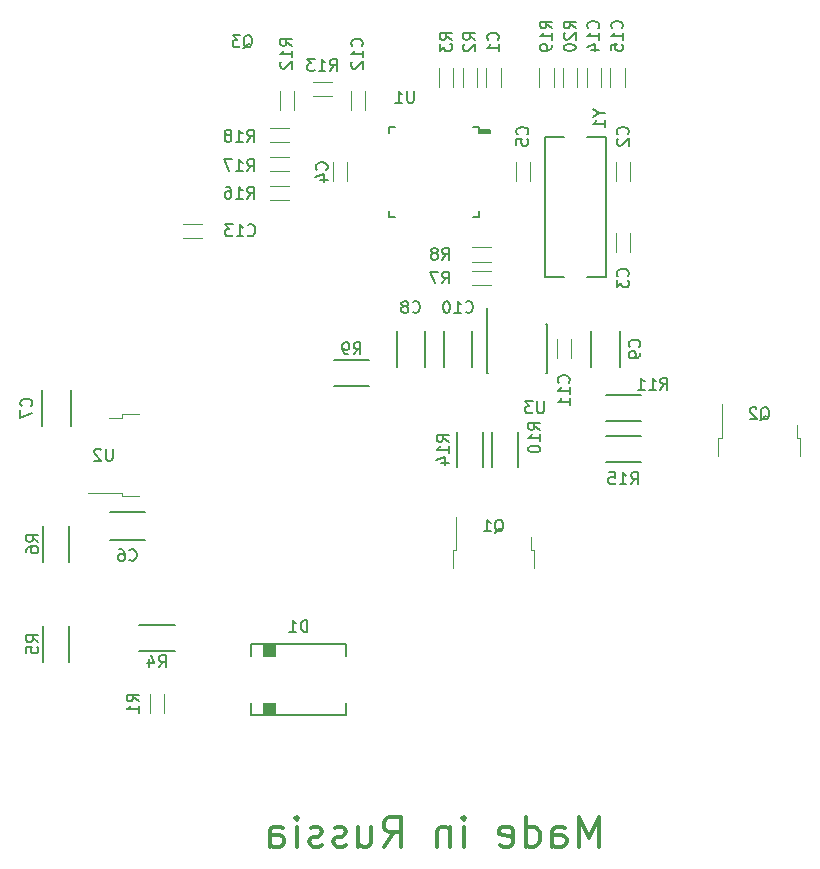
<source format=gbr>
%TF.GenerationSoftware,KiCad,Pcbnew,(5.1.0-rc1)*%
%TF.CreationDate,2020-07-29T19:39:05+03:00*%
%TF.ProjectId,home_pwm,686f6d65-5f70-4776-9d2e-6b696361645f,rev?*%
%TF.SameCoordinates,Original*%
%TF.FileFunction,Legend,Bot*%
%TF.FilePolarity,Positive*%
%FSLAX46Y46*%
G04 Gerber Fmt 4.6, Leading zero omitted, Abs format (unit mm)*
G04 Created by KiCad (PCBNEW (5.1.0-rc1)) date 2020-07-29 19:39:05*
%MOMM*%
%LPD*%
G04 APERTURE LIST*
%ADD10C,0.300000*%
%ADD11C,0.120000*%
%ADD12C,0.200000*%
%ADD13C,0.150000*%
%ADD14C,0.100000*%
G04 APERTURE END LIST*
D10*
X113928571Y-147130952D02*
X113928571Y-144630952D01*
X113095238Y-146416666D01*
X112261904Y-144630952D01*
X112261904Y-147130952D01*
X110000000Y-147130952D02*
X110000000Y-145821428D01*
X110119047Y-145583333D01*
X110357142Y-145464285D01*
X110833333Y-145464285D01*
X111071428Y-145583333D01*
X110000000Y-147011904D02*
X110238095Y-147130952D01*
X110833333Y-147130952D01*
X111071428Y-147011904D01*
X111190476Y-146773809D01*
X111190476Y-146535714D01*
X111071428Y-146297619D01*
X110833333Y-146178571D01*
X110238095Y-146178571D01*
X110000000Y-146059523D01*
X107738095Y-147130952D02*
X107738095Y-144630952D01*
X107738095Y-147011904D02*
X107976190Y-147130952D01*
X108452380Y-147130952D01*
X108690476Y-147011904D01*
X108809523Y-146892857D01*
X108928571Y-146654761D01*
X108928571Y-145940476D01*
X108809523Y-145702380D01*
X108690476Y-145583333D01*
X108452380Y-145464285D01*
X107976190Y-145464285D01*
X107738095Y-145583333D01*
X105595238Y-147011904D02*
X105833333Y-147130952D01*
X106309523Y-147130952D01*
X106547619Y-147011904D01*
X106666666Y-146773809D01*
X106666666Y-145821428D01*
X106547619Y-145583333D01*
X106309523Y-145464285D01*
X105833333Y-145464285D01*
X105595238Y-145583333D01*
X105476190Y-145821428D01*
X105476190Y-146059523D01*
X106666666Y-146297619D01*
X102500000Y-147130952D02*
X102500000Y-145464285D01*
X102500000Y-144630952D02*
X102619047Y-144750000D01*
X102500000Y-144869047D01*
X102380952Y-144750000D01*
X102500000Y-144630952D01*
X102500000Y-144869047D01*
X101309523Y-145464285D02*
X101309523Y-147130952D01*
X101309523Y-145702380D02*
X101190476Y-145583333D01*
X100952380Y-145464285D01*
X100595238Y-145464285D01*
X100357142Y-145583333D01*
X100238095Y-145821428D01*
X100238095Y-147130952D01*
X95714285Y-147130952D02*
X96547619Y-145940476D01*
X97142857Y-147130952D02*
X97142857Y-144630952D01*
X96190476Y-144630952D01*
X95952380Y-144750000D01*
X95833333Y-144869047D01*
X95714285Y-145107142D01*
X95714285Y-145464285D01*
X95833333Y-145702380D01*
X95952380Y-145821428D01*
X96190476Y-145940476D01*
X97142857Y-145940476D01*
X93571428Y-145464285D02*
X93571428Y-147130952D01*
X94642857Y-145464285D02*
X94642857Y-146773809D01*
X94523809Y-147011904D01*
X94285714Y-147130952D01*
X93928571Y-147130952D01*
X93690476Y-147011904D01*
X93571428Y-146892857D01*
X92500000Y-147011904D02*
X92261904Y-147130952D01*
X91785714Y-147130952D01*
X91547619Y-147011904D01*
X91428571Y-146773809D01*
X91428571Y-146654761D01*
X91547619Y-146416666D01*
X91785714Y-146297619D01*
X92142857Y-146297619D01*
X92380952Y-146178571D01*
X92500000Y-145940476D01*
X92500000Y-145821428D01*
X92380952Y-145583333D01*
X92142857Y-145464285D01*
X91785714Y-145464285D01*
X91547619Y-145583333D01*
X90476190Y-147011904D02*
X90238095Y-147130952D01*
X89761904Y-147130952D01*
X89523809Y-147011904D01*
X89404761Y-146773809D01*
X89404761Y-146654761D01*
X89523809Y-146416666D01*
X89761904Y-146297619D01*
X90119047Y-146297619D01*
X90357142Y-146178571D01*
X90476190Y-145940476D01*
X90476190Y-145821428D01*
X90357142Y-145583333D01*
X90119047Y-145464285D01*
X89761904Y-145464285D01*
X89523809Y-145583333D01*
X88333333Y-147130952D02*
X88333333Y-145464285D01*
X88333333Y-144630952D02*
X88452380Y-144750000D01*
X88333333Y-144869047D01*
X88214285Y-144750000D01*
X88333333Y-144630952D01*
X88333333Y-144869047D01*
X86071428Y-147130952D02*
X86071428Y-145821428D01*
X86190476Y-145583333D01*
X86428571Y-145464285D01*
X86904761Y-145464285D01*
X87142857Y-145583333D01*
X86071428Y-147011904D02*
X86309523Y-147130952D01*
X86904761Y-147130952D01*
X87142857Y-147011904D01*
X87261904Y-146773809D01*
X87261904Y-146535714D01*
X87142857Y-146297619D01*
X86904761Y-146178571D01*
X86309523Y-146178571D01*
X86071428Y-146059523D01*
D11*
X110900000Y-81200000D02*
X110900000Y-82800000D01*
X112100000Y-82800000D02*
X112100000Y-81200000D01*
X108900000Y-81200000D02*
X108900000Y-82800000D01*
X110100000Y-82800000D02*
X110100000Y-81200000D01*
X116100000Y-82800000D02*
X116100000Y-81200000D01*
X114900000Y-81200000D02*
X114900000Y-82800000D01*
X114100000Y-82800000D02*
X114100000Y-81200000D01*
X112900000Y-81200000D02*
X112900000Y-82800000D01*
X78700000Y-95600000D02*
X80300000Y-95600000D01*
X80300000Y-94400000D02*
X78700000Y-94400000D01*
X86057506Y-87514719D02*
X87657506Y-87514719D01*
X87657506Y-86314719D02*
X86057506Y-86314719D01*
X86057506Y-89964719D02*
X87657506Y-89964719D01*
X87657506Y-88764719D02*
X86057506Y-88764719D01*
X86057506Y-92414719D02*
X87657506Y-92414719D01*
X87657506Y-91214719D02*
X86057506Y-91214719D01*
D12*
X117500000Y-112400000D02*
X114500000Y-112400000D01*
X114500000Y-114600000D02*
X117500000Y-114600000D01*
X104100000Y-115000000D02*
X104100000Y-112000000D01*
X101900000Y-112000000D02*
X101900000Y-115000000D01*
D13*
X109400000Y-87100000D02*
X109400000Y-98900000D01*
X109400000Y-98900000D02*
X111000000Y-98900000D01*
X111000000Y-87100000D02*
X109400000Y-87100000D01*
X114500000Y-87100000D02*
X112900000Y-87100000D01*
X114500000Y-98900000D02*
X114500000Y-87100000D01*
X112900000Y-98900000D02*
X114500000Y-98900000D01*
X104425000Y-102925000D02*
X104475000Y-102925000D01*
X104425000Y-107075000D02*
X104570000Y-107075000D01*
X109575000Y-107075000D02*
X109430000Y-107075000D01*
X109575000Y-102925000D02*
X109430000Y-102925000D01*
X104425000Y-102925000D02*
X104425000Y-107075000D01*
X109575000Y-102925000D02*
X109575000Y-107075000D01*
X104475000Y-102925000D02*
X104475000Y-101525000D01*
D11*
X73530000Y-110820000D02*
X72430000Y-110820000D01*
X73530000Y-110550000D02*
X73530000Y-110820000D01*
X75030000Y-110550000D02*
X73530000Y-110550000D01*
X73530000Y-117180000D02*
X70700000Y-117180000D01*
X73530000Y-117450000D02*
X73530000Y-117180000D01*
X75030000Y-117450000D02*
X73530000Y-117450000D01*
D13*
G36*
X104700000Y-86700000D02*
G01*
X103800000Y-86700000D01*
X103800000Y-86500000D01*
X104700000Y-86500000D01*
X104700000Y-86700000D01*
G37*
X104700000Y-86700000D02*
X103800000Y-86700000D01*
X103800000Y-86500000D01*
X104700000Y-86500000D01*
X104700000Y-86700000D01*
X96700000Y-86200000D02*
X96200000Y-86200000D01*
X96200000Y-93300000D02*
X96200000Y-93800000D01*
X103300000Y-93800000D02*
X103800000Y-93800000D01*
X96200000Y-86200000D02*
X96200000Y-86700000D01*
X96200000Y-93800000D02*
X96700000Y-93800000D01*
X103800000Y-93800000D02*
X103800000Y-93300000D01*
X103800000Y-86200000D02*
X103300000Y-86200000D01*
X103800000Y-86700000D02*
X103800000Y-86200000D01*
D11*
X91300000Y-82400000D02*
X89700000Y-82400000D01*
X89700000Y-83600000D02*
X91300000Y-83600000D01*
X86900000Y-83200000D02*
X86900000Y-84800000D01*
X88100000Y-84800000D02*
X88100000Y-83200000D01*
D12*
X117500000Y-108900000D02*
X114500000Y-108900000D01*
X114500000Y-111100000D02*
X117500000Y-111100000D01*
X107100000Y-115000000D02*
X107100000Y-112000000D01*
X104900000Y-112000000D02*
X104900000Y-115000000D01*
X91500000Y-108100000D02*
X94500000Y-108100000D01*
X94500000Y-105900000D02*
X91500000Y-105900000D01*
D11*
X104800000Y-96400000D02*
X103200000Y-96400000D01*
X103200000Y-97600000D02*
X104800000Y-97600000D01*
X104800000Y-98400000D02*
X103200000Y-98400000D01*
X103200000Y-99600000D02*
X104800000Y-99600000D01*
D12*
X66900000Y-120000000D02*
X66900000Y-123000000D01*
X69100000Y-123000000D02*
X69100000Y-120000000D01*
X66900000Y-128500000D02*
X66900000Y-131500000D01*
X69100000Y-131500000D02*
X69100000Y-128500000D01*
X75000000Y-130600000D02*
X78000000Y-130600000D01*
X78000000Y-128400000D02*
X75000000Y-128400000D01*
D11*
X100400000Y-81200000D02*
X100400000Y-82800000D01*
X101600000Y-82800000D02*
X101600000Y-81200000D01*
X102400000Y-81200000D02*
X102400000Y-82800000D01*
X103600000Y-82800000D02*
X103600000Y-81200000D01*
X75900000Y-134200000D02*
X75900000Y-135800000D01*
X77100000Y-135800000D02*
X77100000Y-134200000D01*
X130680000Y-112530000D02*
X130680000Y-111430000D01*
X130950000Y-112530000D02*
X130680000Y-112530000D01*
X130950000Y-114030000D02*
X130950000Y-112530000D01*
X124320000Y-112530000D02*
X124320000Y-109700000D01*
X124050000Y-112530000D02*
X124320000Y-112530000D01*
X124050000Y-114030000D02*
X124050000Y-112530000D01*
X108180000Y-122030000D02*
X108180000Y-120930000D01*
X108450000Y-122030000D02*
X108180000Y-122030000D01*
X108450000Y-123530000D02*
X108450000Y-122030000D01*
X101820000Y-122030000D02*
X101820000Y-119200000D01*
X101550000Y-122030000D02*
X101820000Y-122030000D01*
X101550000Y-123530000D02*
X101550000Y-122030000D01*
D14*
G36*
X85500000Y-131000000D02*
G01*
X85500000Y-130000000D01*
X86500000Y-130000000D01*
X86500000Y-131000000D01*
X85500000Y-131000000D01*
G37*
X85500000Y-131000000D02*
X85500000Y-130000000D01*
X86500000Y-130000000D01*
X86500000Y-131000000D01*
X85500000Y-131000000D01*
G36*
X85500000Y-136000000D02*
G01*
X85500000Y-135000000D01*
X86500000Y-135000000D01*
X86500000Y-136000000D01*
X85500000Y-136000000D01*
G37*
X85500000Y-136000000D02*
X85500000Y-135000000D01*
X86500000Y-135000000D01*
X86500000Y-136000000D01*
X85500000Y-136000000D01*
D12*
X92500000Y-130000000D02*
X92500000Y-131000000D01*
X84500000Y-130000000D02*
X92500000Y-130000000D01*
X84500000Y-131000000D02*
X84500000Y-130000000D01*
X92500000Y-136000000D02*
X92500000Y-135000000D01*
X84500000Y-136000000D02*
X92500000Y-136000000D01*
X84500000Y-135000000D02*
X84500000Y-136000000D01*
D11*
X92900000Y-83200000D02*
X92900000Y-84800000D01*
X94100000Y-84800000D02*
X94100000Y-83200000D01*
X111600000Y-105800000D02*
X111600000Y-104200000D01*
X110400000Y-104200000D02*
X110400000Y-105800000D01*
D12*
X103200000Y-106500000D02*
X103200000Y-103500000D01*
X100800000Y-103500000D02*
X100800000Y-106500000D01*
X115700000Y-106500000D02*
X115700000Y-103500000D01*
X113300000Y-103500000D02*
X113300000Y-106500000D01*
X99200000Y-106500000D02*
X99200000Y-103500000D01*
X96800000Y-103500000D02*
X96800000Y-106500000D01*
X69200000Y-111500000D02*
X69200000Y-108500000D01*
X66800000Y-108500000D02*
X66800000Y-111500000D01*
X72500000Y-121200000D02*
X75500000Y-121200000D01*
X75500000Y-118800000D02*
X72500000Y-118800000D01*
D11*
X108100000Y-90800000D02*
X108100000Y-89200000D01*
X106900000Y-89200000D02*
X106900000Y-90800000D01*
X92600000Y-90800000D02*
X92600000Y-89200000D01*
X91400000Y-89200000D02*
X91400000Y-90800000D01*
X116600000Y-96800000D02*
X116600000Y-95200000D01*
X115400000Y-95200000D02*
X115400000Y-96800000D01*
X115400000Y-89200000D02*
X115400000Y-90800000D01*
X116600000Y-90800000D02*
X116600000Y-89200000D01*
X105600000Y-82800000D02*
X105600000Y-81200000D01*
X104400000Y-81200000D02*
X104400000Y-82800000D01*
D13*
X111952380Y-77857142D02*
X111476190Y-77523809D01*
X111952380Y-77285714D02*
X110952380Y-77285714D01*
X110952380Y-77666666D01*
X111000000Y-77761904D01*
X111047619Y-77809523D01*
X111142857Y-77857142D01*
X111285714Y-77857142D01*
X111380952Y-77809523D01*
X111428571Y-77761904D01*
X111476190Y-77666666D01*
X111476190Y-77285714D01*
X111047619Y-78238095D02*
X111000000Y-78285714D01*
X110952380Y-78380952D01*
X110952380Y-78619047D01*
X111000000Y-78714285D01*
X111047619Y-78761904D01*
X111142857Y-78809523D01*
X111238095Y-78809523D01*
X111380952Y-78761904D01*
X111952380Y-78190476D01*
X111952380Y-78809523D01*
X110952380Y-79428571D02*
X110952380Y-79523809D01*
X111000000Y-79619047D01*
X111047619Y-79666666D01*
X111142857Y-79714285D01*
X111333333Y-79761904D01*
X111571428Y-79761904D01*
X111761904Y-79714285D01*
X111857142Y-79666666D01*
X111904761Y-79619047D01*
X111952380Y-79523809D01*
X111952380Y-79428571D01*
X111904761Y-79333333D01*
X111857142Y-79285714D01*
X111761904Y-79238095D01*
X111571428Y-79190476D01*
X111333333Y-79190476D01*
X111142857Y-79238095D01*
X111047619Y-79285714D01*
X111000000Y-79333333D01*
X110952380Y-79428571D01*
X109952380Y-77857142D02*
X109476190Y-77523809D01*
X109952380Y-77285714D02*
X108952380Y-77285714D01*
X108952380Y-77666666D01*
X109000000Y-77761904D01*
X109047619Y-77809523D01*
X109142857Y-77857142D01*
X109285714Y-77857142D01*
X109380952Y-77809523D01*
X109428571Y-77761904D01*
X109476190Y-77666666D01*
X109476190Y-77285714D01*
X109952380Y-78809523D02*
X109952380Y-78238095D01*
X109952380Y-78523809D02*
X108952380Y-78523809D01*
X109095238Y-78428571D01*
X109190476Y-78333333D01*
X109238095Y-78238095D01*
X109952380Y-79285714D02*
X109952380Y-79476190D01*
X109904761Y-79571428D01*
X109857142Y-79619047D01*
X109714285Y-79714285D01*
X109523809Y-79761904D01*
X109142857Y-79761904D01*
X109047619Y-79714285D01*
X109000000Y-79666666D01*
X108952380Y-79571428D01*
X108952380Y-79380952D01*
X109000000Y-79285714D01*
X109047619Y-79238095D01*
X109142857Y-79190476D01*
X109380952Y-79190476D01*
X109476190Y-79238095D01*
X109523809Y-79285714D01*
X109571428Y-79380952D01*
X109571428Y-79571428D01*
X109523809Y-79666666D01*
X109476190Y-79714285D01*
X109380952Y-79761904D01*
X115857142Y-77857142D02*
X115904761Y-77809523D01*
X115952380Y-77666666D01*
X115952380Y-77571428D01*
X115904761Y-77428571D01*
X115809523Y-77333333D01*
X115714285Y-77285714D01*
X115523809Y-77238095D01*
X115380952Y-77238095D01*
X115190476Y-77285714D01*
X115095238Y-77333333D01*
X115000000Y-77428571D01*
X114952380Y-77571428D01*
X114952380Y-77666666D01*
X115000000Y-77809523D01*
X115047619Y-77857142D01*
X115952380Y-78809523D02*
X115952380Y-78238095D01*
X115952380Y-78523809D02*
X114952380Y-78523809D01*
X115095238Y-78428571D01*
X115190476Y-78333333D01*
X115238095Y-78238095D01*
X114952380Y-79714285D02*
X114952380Y-79238095D01*
X115428571Y-79190476D01*
X115380952Y-79238095D01*
X115333333Y-79333333D01*
X115333333Y-79571428D01*
X115380952Y-79666666D01*
X115428571Y-79714285D01*
X115523809Y-79761904D01*
X115761904Y-79761904D01*
X115857142Y-79714285D01*
X115904761Y-79666666D01*
X115952380Y-79571428D01*
X115952380Y-79333333D01*
X115904761Y-79238095D01*
X115857142Y-79190476D01*
X113857142Y-77857142D02*
X113904761Y-77809523D01*
X113952380Y-77666666D01*
X113952380Y-77571428D01*
X113904761Y-77428571D01*
X113809523Y-77333333D01*
X113714285Y-77285714D01*
X113523809Y-77238095D01*
X113380952Y-77238095D01*
X113190476Y-77285714D01*
X113095238Y-77333333D01*
X113000000Y-77428571D01*
X112952380Y-77571428D01*
X112952380Y-77666666D01*
X113000000Y-77809523D01*
X113047619Y-77857142D01*
X113952380Y-78809523D02*
X113952380Y-78238095D01*
X113952380Y-78523809D02*
X112952380Y-78523809D01*
X113095238Y-78428571D01*
X113190476Y-78333333D01*
X113238095Y-78238095D01*
X113285714Y-79666666D02*
X113952380Y-79666666D01*
X112904761Y-79428571D02*
X113619047Y-79190476D01*
X113619047Y-79809523D01*
X84206857Y-95357142D02*
X84254476Y-95404761D01*
X84397333Y-95452380D01*
X84492571Y-95452380D01*
X84635428Y-95404761D01*
X84730666Y-95309523D01*
X84778285Y-95214285D01*
X84825904Y-95023809D01*
X84825904Y-94880952D01*
X84778285Y-94690476D01*
X84730666Y-94595238D01*
X84635428Y-94500000D01*
X84492571Y-94452380D01*
X84397333Y-94452380D01*
X84254476Y-94500000D01*
X84206857Y-94547619D01*
X83254476Y-95452380D02*
X83825904Y-95452380D01*
X83540190Y-95452380D02*
X83540190Y-94452380D01*
X83635428Y-94595238D01*
X83730666Y-94690476D01*
X83825904Y-94738095D01*
X82921142Y-94452380D02*
X82302095Y-94452380D01*
X82635428Y-94833333D01*
X82492571Y-94833333D01*
X82397333Y-94880952D01*
X82349714Y-94928571D01*
X82302095Y-95023809D01*
X82302095Y-95261904D01*
X82349714Y-95357142D01*
X82397333Y-95404761D01*
X82492571Y-95452380D01*
X82778285Y-95452380D01*
X82873523Y-95404761D01*
X82921142Y-95357142D01*
X84142857Y-87452380D02*
X84476190Y-86976190D01*
X84714285Y-87452380D02*
X84714285Y-86452380D01*
X84333333Y-86452380D01*
X84238095Y-86500000D01*
X84190476Y-86547619D01*
X84142857Y-86642857D01*
X84142857Y-86785714D01*
X84190476Y-86880952D01*
X84238095Y-86928571D01*
X84333333Y-86976190D01*
X84714285Y-86976190D01*
X83190476Y-87452380D02*
X83761904Y-87452380D01*
X83476190Y-87452380D02*
X83476190Y-86452380D01*
X83571428Y-86595238D01*
X83666666Y-86690476D01*
X83761904Y-86738095D01*
X82619047Y-86880952D02*
X82714285Y-86833333D01*
X82761904Y-86785714D01*
X82809523Y-86690476D01*
X82809523Y-86642857D01*
X82761904Y-86547619D01*
X82714285Y-86500000D01*
X82619047Y-86452380D01*
X82428571Y-86452380D01*
X82333333Y-86500000D01*
X82285714Y-86547619D01*
X82238095Y-86642857D01*
X82238095Y-86690476D01*
X82285714Y-86785714D01*
X82333333Y-86833333D01*
X82428571Y-86880952D01*
X82619047Y-86880952D01*
X82714285Y-86928571D01*
X82761904Y-86976190D01*
X82809523Y-87071428D01*
X82809523Y-87261904D01*
X82761904Y-87357142D01*
X82714285Y-87404761D01*
X82619047Y-87452380D01*
X82428571Y-87452380D01*
X82333333Y-87404761D01*
X82285714Y-87357142D01*
X82238095Y-87261904D01*
X82238095Y-87071428D01*
X82285714Y-86976190D01*
X82333333Y-86928571D01*
X82428571Y-86880952D01*
X84142857Y-89952380D02*
X84476190Y-89476190D01*
X84714285Y-89952380D02*
X84714285Y-88952380D01*
X84333333Y-88952380D01*
X84238095Y-89000000D01*
X84190476Y-89047619D01*
X84142857Y-89142857D01*
X84142857Y-89285714D01*
X84190476Y-89380952D01*
X84238095Y-89428571D01*
X84333333Y-89476190D01*
X84714285Y-89476190D01*
X83190476Y-89952380D02*
X83761904Y-89952380D01*
X83476190Y-89952380D02*
X83476190Y-88952380D01*
X83571428Y-89095238D01*
X83666666Y-89190476D01*
X83761904Y-89238095D01*
X82857142Y-88952380D02*
X82190476Y-88952380D01*
X82619047Y-89952380D01*
X84142857Y-92267099D02*
X84476190Y-91790909D01*
X84714285Y-92267099D02*
X84714285Y-91267099D01*
X84333333Y-91267099D01*
X84238095Y-91314719D01*
X84190476Y-91362338D01*
X84142857Y-91457576D01*
X84142857Y-91600433D01*
X84190476Y-91695671D01*
X84238095Y-91743290D01*
X84333333Y-91790909D01*
X84714285Y-91790909D01*
X83190476Y-92267099D02*
X83761904Y-92267099D01*
X83476190Y-92267099D02*
X83476190Y-91267099D01*
X83571428Y-91409957D01*
X83666666Y-91505195D01*
X83761904Y-91552814D01*
X82333333Y-91267099D02*
X82523809Y-91267099D01*
X82619047Y-91314719D01*
X82666666Y-91362338D01*
X82761904Y-91505195D01*
X82809523Y-91695671D01*
X82809523Y-92076623D01*
X82761904Y-92171861D01*
X82714285Y-92219480D01*
X82619047Y-92267099D01*
X82428571Y-92267099D01*
X82333333Y-92219480D01*
X82285714Y-92171861D01*
X82238095Y-92076623D01*
X82238095Y-91838528D01*
X82285714Y-91743290D01*
X82333333Y-91695671D01*
X82428571Y-91648052D01*
X82619047Y-91648052D01*
X82714285Y-91695671D01*
X82761904Y-91743290D01*
X82809523Y-91838528D01*
X116642857Y-116452380D02*
X116976190Y-115976190D01*
X117214285Y-116452380D02*
X117214285Y-115452380D01*
X116833333Y-115452380D01*
X116738095Y-115500000D01*
X116690476Y-115547619D01*
X116642857Y-115642857D01*
X116642857Y-115785714D01*
X116690476Y-115880952D01*
X116738095Y-115928571D01*
X116833333Y-115976190D01*
X117214285Y-115976190D01*
X115690476Y-116452380D02*
X116261904Y-116452380D01*
X115976190Y-116452380D02*
X115976190Y-115452380D01*
X116071428Y-115595238D01*
X116166666Y-115690476D01*
X116261904Y-115738095D01*
X114785714Y-115452380D02*
X115261904Y-115452380D01*
X115309523Y-115928571D01*
X115261904Y-115880952D01*
X115166666Y-115833333D01*
X114928571Y-115833333D01*
X114833333Y-115880952D01*
X114785714Y-115928571D01*
X114738095Y-116023809D01*
X114738095Y-116261904D01*
X114785714Y-116357142D01*
X114833333Y-116404761D01*
X114928571Y-116452380D01*
X115166666Y-116452380D01*
X115261904Y-116404761D01*
X115309523Y-116357142D01*
X101202380Y-112857142D02*
X100726190Y-112523809D01*
X101202380Y-112285714D02*
X100202380Y-112285714D01*
X100202380Y-112666666D01*
X100250000Y-112761904D01*
X100297619Y-112809523D01*
X100392857Y-112857142D01*
X100535714Y-112857142D01*
X100630952Y-112809523D01*
X100678571Y-112761904D01*
X100726190Y-112666666D01*
X100726190Y-112285714D01*
X101202380Y-113809523D02*
X101202380Y-113238095D01*
X101202380Y-113523809D02*
X100202380Y-113523809D01*
X100345238Y-113428571D01*
X100440476Y-113333333D01*
X100488095Y-113238095D01*
X100535714Y-114666666D02*
X101202380Y-114666666D01*
X100154761Y-114428571D02*
X100869047Y-114190476D01*
X100869047Y-114809523D01*
X113976190Y-85023809D02*
X114452380Y-85023809D01*
X113452380Y-84690476D02*
X113976190Y-85023809D01*
X113452380Y-85357142D01*
X114452380Y-86214285D02*
X114452380Y-85642857D01*
X114452380Y-85928571D02*
X113452380Y-85928571D01*
X113595238Y-85833333D01*
X113690476Y-85738095D01*
X113738095Y-85642857D01*
X109261904Y-109452380D02*
X109261904Y-110261904D01*
X109214285Y-110357142D01*
X109166666Y-110404761D01*
X109071428Y-110452380D01*
X108880952Y-110452380D01*
X108785714Y-110404761D01*
X108738095Y-110357142D01*
X108690476Y-110261904D01*
X108690476Y-109452380D01*
X108309523Y-109452380D02*
X107690476Y-109452380D01*
X108023809Y-109833333D01*
X107880952Y-109833333D01*
X107785714Y-109880952D01*
X107738095Y-109928571D01*
X107690476Y-110023809D01*
X107690476Y-110261904D01*
X107738095Y-110357142D01*
X107785714Y-110404761D01*
X107880952Y-110452380D01*
X108166666Y-110452380D01*
X108261904Y-110404761D01*
X108309523Y-110357142D01*
X72761904Y-113452380D02*
X72761904Y-114261904D01*
X72714285Y-114357142D01*
X72666666Y-114404761D01*
X72571428Y-114452380D01*
X72380952Y-114452380D01*
X72285714Y-114404761D01*
X72238095Y-114357142D01*
X72190476Y-114261904D01*
X72190476Y-113452380D01*
X71761904Y-113547619D02*
X71714285Y-113500000D01*
X71619047Y-113452380D01*
X71380952Y-113452380D01*
X71285714Y-113500000D01*
X71238095Y-113547619D01*
X71190476Y-113642857D01*
X71190476Y-113738095D01*
X71238095Y-113880952D01*
X71809523Y-114452380D01*
X71190476Y-114452380D01*
X98261904Y-83152380D02*
X98261904Y-83961904D01*
X98214285Y-84057142D01*
X98166666Y-84104761D01*
X98071428Y-84152380D01*
X97880952Y-84152380D01*
X97785714Y-84104761D01*
X97738095Y-84057142D01*
X97690476Y-83961904D01*
X97690476Y-83152380D01*
X96690476Y-84152380D02*
X97261904Y-84152380D01*
X96976190Y-84152380D02*
X96976190Y-83152380D01*
X97071428Y-83295238D01*
X97166666Y-83390476D01*
X97261904Y-83438095D01*
X91142857Y-81452380D02*
X91476190Y-80976190D01*
X91714285Y-81452380D02*
X91714285Y-80452380D01*
X91333333Y-80452380D01*
X91238095Y-80500000D01*
X91190476Y-80547619D01*
X91142857Y-80642857D01*
X91142857Y-80785714D01*
X91190476Y-80880952D01*
X91238095Y-80928571D01*
X91333333Y-80976190D01*
X91714285Y-80976190D01*
X90190476Y-81452380D02*
X90761904Y-81452380D01*
X90476190Y-81452380D02*
X90476190Y-80452380D01*
X90571428Y-80595238D01*
X90666666Y-80690476D01*
X90761904Y-80738095D01*
X89857142Y-80452380D02*
X89238095Y-80452380D01*
X89571428Y-80833333D01*
X89428571Y-80833333D01*
X89333333Y-80880952D01*
X89285714Y-80928571D01*
X89238095Y-81023809D01*
X89238095Y-81261904D01*
X89285714Y-81357142D01*
X89333333Y-81404761D01*
X89428571Y-81452380D01*
X89714285Y-81452380D01*
X89809523Y-81404761D01*
X89857142Y-81357142D01*
X87952380Y-79357142D02*
X87476190Y-79023809D01*
X87952380Y-78785714D02*
X86952380Y-78785714D01*
X86952380Y-79166666D01*
X87000000Y-79261904D01*
X87047619Y-79309523D01*
X87142857Y-79357142D01*
X87285714Y-79357142D01*
X87380952Y-79309523D01*
X87428571Y-79261904D01*
X87476190Y-79166666D01*
X87476190Y-78785714D01*
X87952380Y-80309523D02*
X87952380Y-79738095D01*
X87952380Y-80023809D02*
X86952380Y-80023809D01*
X87095238Y-79928571D01*
X87190476Y-79833333D01*
X87238095Y-79738095D01*
X87047619Y-80690476D02*
X87000000Y-80738095D01*
X86952380Y-80833333D01*
X86952380Y-81071428D01*
X87000000Y-81166666D01*
X87047619Y-81214285D01*
X87142857Y-81261904D01*
X87238095Y-81261904D01*
X87380952Y-81214285D01*
X87952380Y-80642857D01*
X87952380Y-81261904D01*
X119142857Y-108452380D02*
X119476190Y-107976190D01*
X119714285Y-108452380D02*
X119714285Y-107452380D01*
X119333333Y-107452380D01*
X119238095Y-107500000D01*
X119190476Y-107547619D01*
X119142857Y-107642857D01*
X119142857Y-107785714D01*
X119190476Y-107880952D01*
X119238095Y-107928571D01*
X119333333Y-107976190D01*
X119714285Y-107976190D01*
X118190476Y-108452380D02*
X118761904Y-108452380D01*
X118476190Y-108452380D02*
X118476190Y-107452380D01*
X118571428Y-107595238D01*
X118666666Y-107690476D01*
X118761904Y-107738095D01*
X117238095Y-108452380D02*
X117809523Y-108452380D01*
X117523809Y-108452380D02*
X117523809Y-107452380D01*
X117619047Y-107595238D01*
X117714285Y-107690476D01*
X117809523Y-107738095D01*
X108952380Y-111857142D02*
X108476190Y-111523809D01*
X108952380Y-111285714D02*
X107952380Y-111285714D01*
X107952380Y-111666666D01*
X108000000Y-111761904D01*
X108047619Y-111809523D01*
X108142857Y-111857142D01*
X108285714Y-111857142D01*
X108380952Y-111809523D01*
X108428571Y-111761904D01*
X108476190Y-111666666D01*
X108476190Y-111285714D01*
X108952380Y-112809523D02*
X108952380Y-112238095D01*
X108952380Y-112523809D02*
X107952380Y-112523809D01*
X108095238Y-112428571D01*
X108190476Y-112333333D01*
X108238095Y-112238095D01*
X107952380Y-113428571D02*
X107952380Y-113523809D01*
X108000000Y-113619047D01*
X108047619Y-113666666D01*
X108142857Y-113714285D01*
X108333333Y-113761904D01*
X108571428Y-113761904D01*
X108761904Y-113714285D01*
X108857142Y-113666666D01*
X108904761Y-113619047D01*
X108952380Y-113523809D01*
X108952380Y-113428571D01*
X108904761Y-113333333D01*
X108857142Y-113285714D01*
X108761904Y-113238095D01*
X108571428Y-113190476D01*
X108333333Y-113190476D01*
X108142857Y-113238095D01*
X108047619Y-113285714D01*
X108000000Y-113333333D01*
X107952380Y-113428571D01*
X93166666Y-105452380D02*
X93500000Y-104976190D01*
X93738095Y-105452380D02*
X93738095Y-104452380D01*
X93357142Y-104452380D01*
X93261904Y-104500000D01*
X93214285Y-104547619D01*
X93166666Y-104642857D01*
X93166666Y-104785714D01*
X93214285Y-104880952D01*
X93261904Y-104928571D01*
X93357142Y-104976190D01*
X93738095Y-104976190D01*
X92690476Y-105452380D02*
X92500000Y-105452380D01*
X92404761Y-105404761D01*
X92357142Y-105357142D01*
X92261904Y-105214285D01*
X92214285Y-105023809D01*
X92214285Y-104642857D01*
X92261904Y-104547619D01*
X92309523Y-104500000D01*
X92404761Y-104452380D01*
X92595238Y-104452380D01*
X92690476Y-104500000D01*
X92738095Y-104547619D01*
X92785714Y-104642857D01*
X92785714Y-104880952D01*
X92738095Y-104976190D01*
X92690476Y-105023809D01*
X92595238Y-105071428D01*
X92404761Y-105071428D01*
X92309523Y-105023809D01*
X92261904Y-104976190D01*
X92214285Y-104880952D01*
X100666666Y-97452380D02*
X101000000Y-96976190D01*
X101238095Y-97452380D02*
X101238095Y-96452380D01*
X100857142Y-96452380D01*
X100761904Y-96500000D01*
X100714285Y-96547619D01*
X100666666Y-96642857D01*
X100666666Y-96785714D01*
X100714285Y-96880952D01*
X100761904Y-96928571D01*
X100857142Y-96976190D01*
X101238095Y-96976190D01*
X100095238Y-96880952D02*
X100190476Y-96833333D01*
X100238095Y-96785714D01*
X100285714Y-96690476D01*
X100285714Y-96642857D01*
X100238095Y-96547619D01*
X100190476Y-96500000D01*
X100095238Y-96452380D01*
X99904761Y-96452380D01*
X99809523Y-96500000D01*
X99761904Y-96547619D01*
X99714285Y-96642857D01*
X99714285Y-96690476D01*
X99761904Y-96785714D01*
X99809523Y-96833333D01*
X99904761Y-96880952D01*
X100095238Y-96880952D01*
X100190476Y-96928571D01*
X100238095Y-96976190D01*
X100285714Y-97071428D01*
X100285714Y-97261904D01*
X100238095Y-97357142D01*
X100190476Y-97404761D01*
X100095238Y-97452380D01*
X99904761Y-97452380D01*
X99809523Y-97404761D01*
X99761904Y-97357142D01*
X99714285Y-97261904D01*
X99714285Y-97071428D01*
X99761904Y-96976190D01*
X99809523Y-96928571D01*
X99904761Y-96880952D01*
X100666666Y-99452380D02*
X101000000Y-98976190D01*
X101238095Y-99452380D02*
X101238095Y-98452380D01*
X100857142Y-98452380D01*
X100761904Y-98500000D01*
X100714285Y-98547619D01*
X100666666Y-98642857D01*
X100666666Y-98785714D01*
X100714285Y-98880952D01*
X100761904Y-98928571D01*
X100857142Y-98976190D01*
X101238095Y-98976190D01*
X100333333Y-98452380D02*
X99666666Y-98452380D01*
X100095238Y-99452380D01*
X66452380Y-121333333D02*
X65976190Y-121000000D01*
X66452380Y-120761904D02*
X65452380Y-120761904D01*
X65452380Y-121142857D01*
X65500000Y-121238095D01*
X65547619Y-121285714D01*
X65642857Y-121333333D01*
X65785714Y-121333333D01*
X65880952Y-121285714D01*
X65928571Y-121238095D01*
X65976190Y-121142857D01*
X65976190Y-120761904D01*
X65452380Y-122190476D02*
X65452380Y-122000000D01*
X65500000Y-121904761D01*
X65547619Y-121857142D01*
X65690476Y-121761904D01*
X65880952Y-121714285D01*
X66261904Y-121714285D01*
X66357142Y-121761904D01*
X66404761Y-121809523D01*
X66452380Y-121904761D01*
X66452380Y-122095238D01*
X66404761Y-122190476D01*
X66357142Y-122238095D01*
X66261904Y-122285714D01*
X66023809Y-122285714D01*
X65928571Y-122238095D01*
X65880952Y-122190476D01*
X65833333Y-122095238D01*
X65833333Y-121904761D01*
X65880952Y-121809523D01*
X65928571Y-121761904D01*
X66023809Y-121714285D01*
X66452380Y-129833333D02*
X65976190Y-129500000D01*
X66452380Y-129261904D02*
X65452380Y-129261904D01*
X65452380Y-129642857D01*
X65500000Y-129738095D01*
X65547619Y-129785714D01*
X65642857Y-129833333D01*
X65785714Y-129833333D01*
X65880952Y-129785714D01*
X65928571Y-129738095D01*
X65976190Y-129642857D01*
X65976190Y-129261904D01*
X65452380Y-130738095D02*
X65452380Y-130261904D01*
X65928571Y-130214285D01*
X65880952Y-130261904D01*
X65833333Y-130357142D01*
X65833333Y-130595238D01*
X65880952Y-130690476D01*
X65928571Y-130738095D01*
X66023809Y-130785714D01*
X66261904Y-130785714D01*
X66357142Y-130738095D01*
X66404761Y-130690476D01*
X66452380Y-130595238D01*
X66452380Y-130357142D01*
X66404761Y-130261904D01*
X66357142Y-130214285D01*
X76666666Y-131952380D02*
X77000000Y-131476190D01*
X77238095Y-131952380D02*
X77238095Y-130952380D01*
X76857142Y-130952380D01*
X76761904Y-131000000D01*
X76714285Y-131047619D01*
X76666666Y-131142857D01*
X76666666Y-131285714D01*
X76714285Y-131380952D01*
X76761904Y-131428571D01*
X76857142Y-131476190D01*
X77238095Y-131476190D01*
X75809523Y-131285714D02*
X75809523Y-131952380D01*
X76047619Y-130904761D02*
X76285714Y-131619047D01*
X75666666Y-131619047D01*
X101452380Y-78833333D02*
X100976190Y-78500000D01*
X101452380Y-78261904D02*
X100452380Y-78261904D01*
X100452380Y-78642857D01*
X100500000Y-78738095D01*
X100547619Y-78785714D01*
X100642857Y-78833333D01*
X100785714Y-78833333D01*
X100880952Y-78785714D01*
X100928571Y-78738095D01*
X100976190Y-78642857D01*
X100976190Y-78261904D01*
X100452380Y-79166666D02*
X100452380Y-79785714D01*
X100833333Y-79452380D01*
X100833333Y-79595238D01*
X100880952Y-79690476D01*
X100928571Y-79738095D01*
X101023809Y-79785714D01*
X101261904Y-79785714D01*
X101357142Y-79738095D01*
X101404761Y-79690476D01*
X101452380Y-79595238D01*
X101452380Y-79309523D01*
X101404761Y-79214285D01*
X101357142Y-79166666D01*
X103452380Y-78833333D02*
X102976190Y-78500000D01*
X103452380Y-78261904D02*
X102452380Y-78261904D01*
X102452380Y-78642857D01*
X102500000Y-78738095D01*
X102547619Y-78785714D01*
X102642857Y-78833333D01*
X102785714Y-78833333D01*
X102880952Y-78785714D01*
X102928571Y-78738095D01*
X102976190Y-78642857D01*
X102976190Y-78261904D01*
X102547619Y-79214285D02*
X102500000Y-79261904D01*
X102452380Y-79357142D01*
X102452380Y-79595238D01*
X102500000Y-79690476D01*
X102547619Y-79738095D01*
X102642857Y-79785714D01*
X102738095Y-79785714D01*
X102880952Y-79738095D01*
X103452380Y-79166666D01*
X103452380Y-79785714D01*
X74952380Y-134833333D02*
X74476190Y-134500000D01*
X74952380Y-134261904D02*
X73952380Y-134261904D01*
X73952380Y-134642857D01*
X74000000Y-134738095D01*
X74047619Y-134785714D01*
X74142857Y-134833333D01*
X74285714Y-134833333D01*
X74380952Y-134785714D01*
X74428571Y-134738095D01*
X74476190Y-134642857D01*
X74476190Y-134261904D01*
X74952380Y-135785714D02*
X74952380Y-135214285D01*
X74952380Y-135500000D02*
X73952380Y-135500000D01*
X74095238Y-135404761D01*
X74190476Y-135309523D01*
X74238095Y-135214285D01*
X83825238Y-79547619D02*
X83920476Y-79500000D01*
X84015714Y-79404761D01*
X84158571Y-79261904D01*
X84253809Y-79214285D01*
X84349047Y-79214285D01*
X84301428Y-79452380D02*
X84396666Y-79404761D01*
X84491904Y-79309523D01*
X84539523Y-79119047D01*
X84539523Y-78785714D01*
X84491904Y-78595238D01*
X84396666Y-78500000D01*
X84301428Y-78452380D01*
X84110952Y-78452380D01*
X84015714Y-78500000D01*
X83920476Y-78595238D01*
X83872857Y-78785714D01*
X83872857Y-79119047D01*
X83920476Y-79309523D01*
X84015714Y-79404761D01*
X84110952Y-79452380D01*
X84301428Y-79452380D01*
X83539523Y-78452380D02*
X82920476Y-78452380D01*
X83253809Y-78833333D01*
X83110952Y-78833333D01*
X83015714Y-78880952D01*
X82968095Y-78928571D01*
X82920476Y-79023809D01*
X82920476Y-79261904D01*
X82968095Y-79357142D01*
X83015714Y-79404761D01*
X83110952Y-79452380D01*
X83396666Y-79452380D01*
X83491904Y-79404761D01*
X83539523Y-79357142D01*
X127595238Y-111047619D02*
X127690476Y-111000000D01*
X127785714Y-110904761D01*
X127928571Y-110761904D01*
X128023809Y-110714285D01*
X128119047Y-110714285D01*
X128071428Y-110952380D02*
X128166666Y-110904761D01*
X128261904Y-110809523D01*
X128309523Y-110619047D01*
X128309523Y-110285714D01*
X128261904Y-110095238D01*
X128166666Y-110000000D01*
X128071428Y-109952380D01*
X127880952Y-109952380D01*
X127785714Y-110000000D01*
X127690476Y-110095238D01*
X127642857Y-110285714D01*
X127642857Y-110619047D01*
X127690476Y-110809523D01*
X127785714Y-110904761D01*
X127880952Y-110952380D01*
X128071428Y-110952380D01*
X127261904Y-110047619D02*
X127214285Y-110000000D01*
X127119047Y-109952380D01*
X126880952Y-109952380D01*
X126785714Y-110000000D01*
X126738095Y-110047619D01*
X126690476Y-110142857D01*
X126690476Y-110238095D01*
X126738095Y-110380952D01*
X127309523Y-110952380D01*
X126690476Y-110952380D01*
X105095238Y-120547619D02*
X105190476Y-120500000D01*
X105285714Y-120404761D01*
X105428571Y-120261904D01*
X105523809Y-120214285D01*
X105619047Y-120214285D01*
X105571428Y-120452380D02*
X105666666Y-120404761D01*
X105761904Y-120309523D01*
X105809523Y-120119047D01*
X105809523Y-119785714D01*
X105761904Y-119595238D01*
X105666666Y-119500000D01*
X105571428Y-119452380D01*
X105380952Y-119452380D01*
X105285714Y-119500000D01*
X105190476Y-119595238D01*
X105142857Y-119785714D01*
X105142857Y-120119047D01*
X105190476Y-120309523D01*
X105285714Y-120404761D01*
X105380952Y-120452380D01*
X105571428Y-120452380D01*
X104190476Y-120452380D02*
X104761904Y-120452380D01*
X104476190Y-120452380D02*
X104476190Y-119452380D01*
X104571428Y-119595238D01*
X104666666Y-119690476D01*
X104761904Y-119738095D01*
X89238095Y-128952380D02*
X89238095Y-127952380D01*
X89000000Y-127952380D01*
X88857142Y-128000000D01*
X88761904Y-128095238D01*
X88714285Y-128190476D01*
X88666666Y-128380952D01*
X88666666Y-128523809D01*
X88714285Y-128714285D01*
X88761904Y-128809523D01*
X88857142Y-128904761D01*
X89000000Y-128952380D01*
X89238095Y-128952380D01*
X87714285Y-128952380D02*
X88285714Y-128952380D01*
X88000000Y-128952380D02*
X88000000Y-127952380D01*
X88095238Y-128095238D01*
X88190476Y-128190476D01*
X88285714Y-128238095D01*
X93857142Y-79357142D02*
X93904761Y-79309523D01*
X93952380Y-79166666D01*
X93952380Y-79071428D01*
X93904761Y-78928571D01*
X93809523Y-78833333D01*
X93714285Y-78785714D01*
X93523809Y-78738095D01*
X93380952Y-78738095D01*
X93190476Y-78785714D01*
X93095238Y-78833333D01*
X93000000Y-78928571D01*
X92952380Y-79071428D01*
X92952380Y-79166666D01*
X93000000Y-79309523D01*
X93047619Y-79357142D01*
X93952380Y-80309523D02*
X93952380Y-79738095D01*
X93952380Y-80023809D02*
X92952380Y-80023809D01*
X93095238Y-79928571D01*
X93190476Y-79833333D01*
X93238095Y-79738095D01*
X93047619Y-80690476D02*
X93000000Y-80738095D01*
X92952380Y-80833333D01*
X92952380Y-81071428D01*
X93000000Y-81166666D01*
X93047619Y-81214285D01*
X93142857Y-81261904D01*
X93238095Y-81261904D01*
X93380952Y-81214285D01*
X93952380Y-80642857D01*
X93952380Y-81261904D01*
X111357142Y-107857142D02*
X111404761Y-107809523D01*
X111452380Y-107666666D01*
X111452380Y-107571428D01*
X111404761Y-107428571D01*
X111309523Y-107333333D01*
X111214285Y-107285714D01*
X111023809Y-107238095D01*
X110880952Y-107238095D01*
X110690476Y-107285714D01*
X110595238Y-107333333D01*
X110500000Y-107428571D01*
X110452380Y-107571428D01*
X110452380Y-107666666D01*
X110500000Y-107809523D01*
X110547619Y-107857142D01*
X111452380Y-108809523D02*
X111452380Y-108238095D01*
X111452380Y-108523809D02*
X110452380Y-108523809D01*
X110595238Y-108428571D01*
X110690476Y-108333333D01*
X110738095Y-108238095D01*
X111452380Y-109761904D02*
X111452380Y-109190476D01*
X111452380Y-109476190D02*
X110452380Y-109476190D01*
X110595238Y-109380952D01*
X110690476Y-109285714D01*
X110738095Y-109190476D01*
X102642857Y-101857142D02*
X102690476Y-101904761D01*
X102833333Y-101952380D01*
X102928571Y-101952380D01*
X103071428Y-101904761D01*
X103166666Y-101809523D01*
X103214285Y-101714285D01*
X103261904Y-101523809D01*
X103261904Y-101380952D01*
X103214285Y-101190476D01*
X103166666Y-101095238D01*
X103071428Y-101000000D01*
X102928571Y-100952380D01*
X102833333Y-100952380D01*
X102690476Y-101000000D01*
X102642857Y-101047619D01*
X101690476Y-101952380D02*
X102261904Y-101952380D01*
X101976190Y-101952380D02*
X101976190Y-100952380D01*
X102071428Y-101095238D01*
X102166666Y-101190476D01*
X102261904Y-101238095D01*
X101071428Y-100952380D02*
X100976190Y-100952380D01*
X100880952Y-101000000D01*
X100833333Y-101047619D01*
X100785714Y-101142857D01*
X100738095Y-101333333D01*
X100738095Y-101571428D01*
X100785714Y-101761904D01*
X100833333Y-101857142D01*
X100880952Y-101904761D01*
X100976190Y-101952380D01*
X101071428Y-101952380D01*
X101166666Y-101904761D01*
X101214285Y-101857142D01*
X101261904Y-101761904D01*
X101309523Y-101571428D01*
X101309523Y-101333333D01*
X101261904Y-101142857D01*
X101214285Y-101047619D01*
X101166666Y-101000000D01*
X101071428Y-100952380D01*
X117357142Y-104833333D02*
X117404761Y-104785714D01*
X117452380Y-104642857D01*
X117452380Y-104547619D01*
X117404761Y-104404761D01*
X117309523Y-104309523D01*
X117214285Y-104261904D01*
X117023809Y-104214285D01*
X116880952Y-104214285D01*
X116690476Y-104261904D01*
X116595238Y-104309523D01*
X116500000Y-104404761D01*
X116452380Y-104547619D01*
X116452380Y-104642857D01*
X116500000Y-104785714D01*
X116547619Y-104833333D01*
X117452380Y-105309523D02*
X117452380Y-105500000D01*
X117404761Y-105595238D01*
X117357142Y-105642857D01*
X117214285Y-105738095D01*
X117023809Y-105785714D01*
X116642857Y-105785714D01*
X116547619Y-105738095D01*
X116500000Y-105690476D01*
X116452380Y-105595238D01*
X116452380Y-105404761D01*
X116500000Y-105309523D01*
X116547619Y-105261904D01*
X116642857Y-105214285D01*
X116880952Y-105214285D01*
X116976190Y-105261904D01*
X117023809Y-105309523D01*
X117071428Y-105404761D01*
X117071428Y-105595238D01*
X117023809Y-105690476D01*
X116976190Y-105738095D01*
X116880952Y-105785714D01*
X98166666Y-101857142D02*
X98214285Y-101904761D01*
X98357142Y-101952380D01*
X98452380Y-101952380D01*
X98595238Y-101904761D01*
X98690476Y-101809523D01*
X98738095Y-101714285D01*
X98785714Y-101523809D01*
X98785714Y-101380952D01*
X98738095Y-101190476D01*
X98690476Y-101095238D01*
X98595238Y-101000000D01*
X98452380Y-100952380D01*
X98357142Y-100952380D01*
X98214285Y-101000000D01*
X98166666Y-101047619D01*
X97595238Y-101380952D02*
X97690476Y-101333333D01*
X97738095Y-101285714D01*
X97785714Y-101190476D01*
X97785714Y-101142857D01*
X97738095Y-101047619D01*
X97690476Y-101000000D01*
X97595238Y-100952380D01*
X97404761Y-100952380D01*
X97309523Y-101000000D01*
X97261904Y-101047619D01*
X97214285Y-101142857D01*
X97214285Y-101190476D01*
X97261904Y-101285714D01*
X97309523Y-101333333D01*
X97404761Y-101380952D01*
X97595238Y-101380952D01*
X97690476Y-101428571D01*
X97738095Y-101476190D01*
X97785714Y-101571428D01*
X97785714Y-101761904D01*
X97738095Y-101857142D01*
X97690476Y-101904761D01*
X97595238Y-101952380D01*
X97404761Y-101952380D01*
X97309523Y-101904761D01*
X97261904Y-101857142D01*
X97214285Y-101761904D01*
X97214285Y-101571428D01*
X97261904Y-101476190D01*
X97309523Y-101428571D01*
X97404761Y-101380952D01*
X65857142Y-109833333D02*
X65904761Y-109785714D01*
X65952380Y-109642857D01*
X65952380Y-109547619D01*
X65904761Y-109404761D01*
X65809523Y-109309523D01*
X65714285Y-109261904D01*
X65523809Y-109214285D01*
X65380952Y-109214285D01*
X65190476Y-109261904D01*
X65095238Y-109309523D01*
X65000000Y-109404761D01*
X64952380Y-109547619D01*
X64952380Y-109642857D01*
X65000000Y-109785714D01*
X65047619Y-109833333D01*
X64952380Y-110166666D02*
X64952380Y-110833333D01*
X65952380Y-110404761D01*
X74166666Y-122857142D02*
X74214285Y-122904761D01*
X74357142Y-122952380D01*
X74452380Y-122952380D01*
X74595238Y-122904761D01*
X74690476Y-122809523D01*
X74738095Y-122714285D01*
X74785714Y-122523809D01*
X74785714Y-122380952D01*
X74738095Y-122190476D01*
X74690476Y-122095238D01*
X74595238Y-122000000D01*
X74452380Y-121952380D01*
X74357142Y-121952380D01*
X74214285Y-122000000D01*
X74166666Y-122047619D01*
X73309523Y-121952380D02*
X73500000Y-121952380D01*
X73595238Y-122000000D01*
X73642857Y-122047619D01*
X73738095Y-122190476D01*
X73785714Y-122380952D01*
X73785714Y-122761904D01*
X73738095Y-122857142D01*
X73690476Y-122904761D01*
X73595238Y-122952380D01*
X73404761Y-122952380D01*
X73309523Y-122904761D01*
X73261904Y-122857142D01*
X73214285Y-122761904D01*
X73214285Y-122523809D01*
X73261904Y-122428571D01*
X73309523Y-122380952D01*
X73404761Y-122333333D01*
X73595238Y-122333333D01*
X73690476Y-122380952D01*
X73738095Y-122428571D01*
X73785714Y-122523809D01*
X107857142Y-86833333D02*
X107904761Y-86785714D01*
X107952380Y-86642857D01*
X107952380Y-86547619D01*
X107904761Y-86404761D01*
X107809523Y-86309523D01*
X107714285Y-86261904D01*
X107523809Y-86214285D01*
X107380952Y-86214285D01*
X107190476Y-86261904D01*
X107095238Y-86309523D01*
X107000000Y-86404761D01*
X106952380Y-86547619D01*
X106952380Y-86642857D01*
X107000000Y-86785714D01*
X107047619Y-86833333D01*
X106952380Y-87738095D02*
X106952380Y-87261904D01*
X107428571Y-87214285D01*
X107380952Y-87261904D01*
X107333333Y-87357142D01*
X107333333Y-87595238D01*
X107380952Y-87690476D01*
X107428571Y-87738095D01*
X107523809Y-87785714D01*
X107761904Y-87785714D01*
X107857142Y-87738095D01*
X107904761Y-87690476D01*
X107952380Y-87595238D01*
X107952380Y-87357142D01*
X107904761Y-87261904D01*
X107857142Y-87214285D01*
X90857142Y-89833333D02*
X90904761Y-89785714D01*
X90952380Y-89642857D01*
X90952380Y-89547619D01*
X90904761Y-89404761D01*
X90809523Y-89309523D01*
X90714285Y-89261904D01*
X90523809Y-89214285D01*
X90380952Y-89214285D01*
X90190476Y-89261904D01*
X90095238Y-89309523D01*
X90000000Y-89404761D01*
X89952380Y-89547619D01*
X89952380Y-89642857D01*
X90000000Y-89785714D01*
X90047619Y-89833333D01*
X90285714Y-90690476D02*
X90952380Y-90690476D01*
X89904761Y-90452380D02*
X90619047Y-90214285D01*
X90619047Y-90833333D01*
X116357142Y-98833333D02*
X116404761Y-98785714D01*
X116452380Y-98642857D01*
X116452380Y-98547619D01*
X116404761Y-98404761D01*
X116309523Y-98309523D01*
X116214285Y-98261904D01*
X116023809Y-98214285D01*
X115880952Y-98214285D01*
X115690476Y-98261904D01*
X115595238Y-98309523D01*
X115500000Y-98404761D01*
X115452380Y-98547619D01*
X115452380Y-98642857D01*
X115500000Y-98785714D01*
X115547619Y-98833333D01*
X115452380Y-99166666D02*
X115452380Y-99785714D01*
X115833333Y-99452380D01*
X115833333Y-99595238D01*
X115880952Y-99690476D01*
X115928571Y-99738095D01*
X116023809Y-99785714D01*
X116261904Y-99785714D01*
X116357142Y-99738095D01*
X116404761Y-99690476D01*
X116452380Y-99595238D01*
X116452380Y-99309523D01*
X116404761Y-99214285D01*
X116357142Y-99166666D01*
X116357142Y-86833333D02*
X116404761Y-86785714D01*
X116452380Y-86642857D01*
X116452380Y-86547619D01*
X116404761Y-86404761D01*
X116309523Y-86309523D01*
X116214285Y-86261904D01*
X116023809Y-86214285D01*
X115880952Y-86214285D01*
X115690476Y-86261904D01*
X115595238Y-86309523D01*
X115500000Y-86404761D01*
X115452380Y-86547619D01*
X115452380Y-86642857D01*
X115500000Y-86785714D01*
X115547619Y-86833333D01*
X115547619Y-87214285D02*
X115500000Y-87261904D01*
X115452380Y-87357142D01*
X115452380Y-87595238D01*
X115500000Y-87690476D01*
X115547619Y-87738095D01*
X115642857Y-87785714D01*
X115738095Y-87785714D01*
X115880952Y-87738095D01*
X116452380Y-87166666D01*
X116452380Y-87785714D01*
X105357142Y-78833333D02*
X105404761Y-78785714D01*
X105452380Y-78642857D01*
X105452380Y-78547619D01*
X105404761Y-78404761D01*
X105309523Y-78309523D01*
X105214285Y-78261904D01*
X105023809Y-78214285D01*
X104880952Y-78214285D01*
X104690476Y-78261904D01*
X104595238Y-78309523D01*
X104500000Y-78404761D01*
X104452380Y-78547619D01*
X104452380Y-78642857D01*
X104500000Y-78785714D01*
X104547619Y-78833333D01*
X105452380Y-79785714D02*
X105452380Y-79214285D01*
X105452380Y-79500000D02*
X104452380Y-79500000D01*
X104595238Y-79404761D01*
X104690476Y-79309523D01*
X104738095Y-79214285D01*
M02*

</source>
